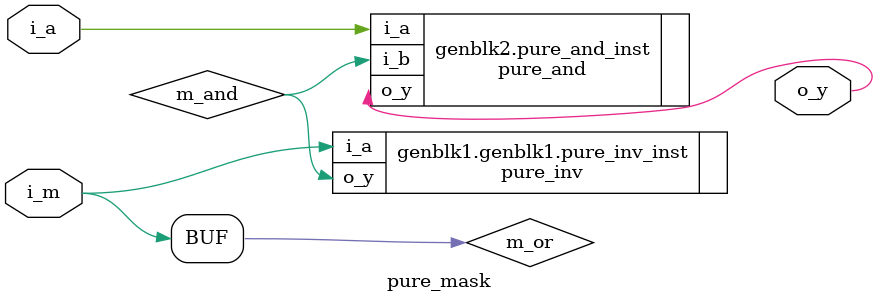
<source format=v>

`timescale 1ns/1ns

module pure_mask #(
    parameter MASK_TO    = 0,
    parameter INVERT_M   = 0,
    parameter DOMAIN_3V0 = 0
  )(
    input  i_a,
    input  i_m,
    output o_y
  );

  wire m_or;
  wire m_and;

  generate
    if (INVERT_M) begin

      if (MASK_TO) begin
        pure_inv pure_inv_inst(
          .i_a (i_m),
          .o_y (m_or)
        );
      end
      assign m_and = i_m;

    end
    else begin

      assign m_or = i_m;
      if (!MASK_TO) begin
        pure_inv pure_inv_inst(
          .i_a (i_m),
          .o_y (m_and)
        );
      end

    end
  endgenerate

  generate
    if (MASK_TO) begin

      pure_or pure_or_inst(
        .i_a (i_a),
        .i_b (m_or),
        .o_y (o_y)
      );

    end
    else begin

      pure_and pure_and_inst(
        .i_a (i_a),
        .i_b (m_and),
        .o_y (o_y)
      );

    end
  endgenerate

endmodule


</source>
